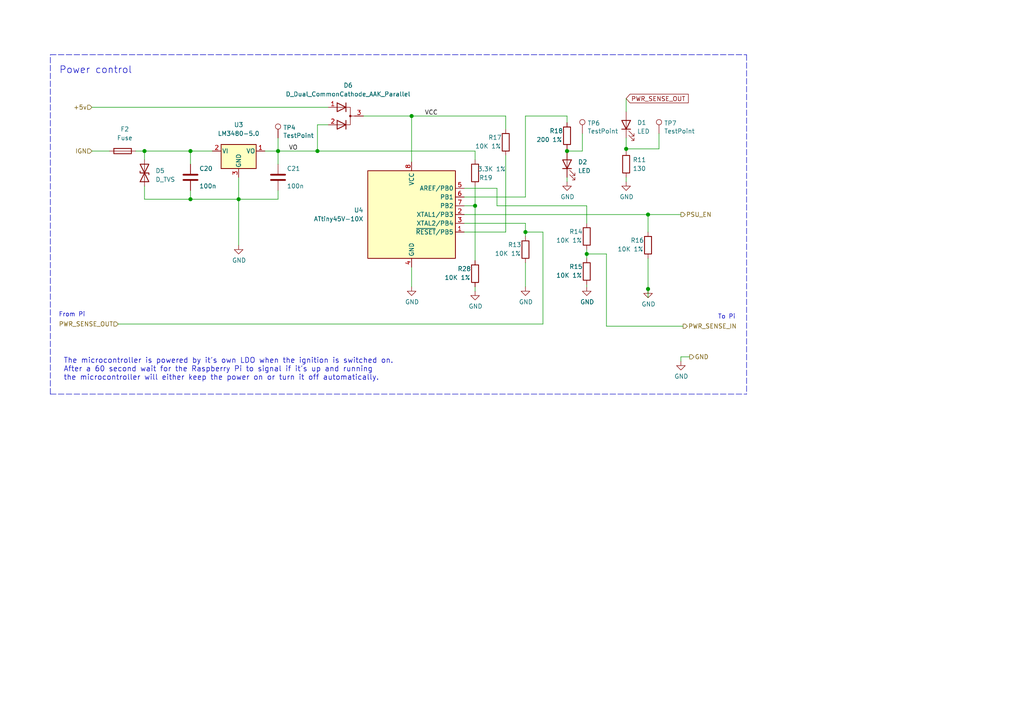
<source format=kicad_sch>
(kicad_sch (version 20210126) (generator eeschema)
  (paper "A4")
  (lib_symbols
    (symbol "Connector:TestPoint" (pin_numbers hide) (pin_names (offset 0.762) hide)
      (property "Reference" "TP" (at 0 6.858 0))
      (property "Value" "TestPoint" (at 0 5.08 0))
      (symbol "TestPoint_0_1"
        (circle (center 0 3.302) (radius 0.762))
      )
      (symbol "TestPoint_1_1"
        (pin passive line (at 0 0 90) (length 2.54) (name "1") (number "1"))
      )
    )
    (symbol "Device:C" (pin_numbers hide) (pin_names (offset 0.254))
      (property "Reference" "C" (at 0.635 2.54 0))
      (property "Value" "C" (at 0.635 -2.54 0))
      (symbol "C_0_1"
        (polyline (pts (xy -2.032 -0.762) (xy 2.032 -0.762)) (stroke (width 0.508)))
        (polyline (pts (xy -2.032 0.762) (xy 2.032 0.762)) (stroke (width 0.508)))
      )
      (symbol "C_1_1"
        (pin passive line (at 0 3.81 270) (length 2.794) (name "~") (number "1"))
        (pin passive line (at 0 -3.81 90) (length 2.794) (name "~") (number "2"))
      )
    )
    (symbol "Device:D_Dual_CommonCathode_AAK_Parallel" (pin_names (offset 0.762) hide)
      (property "Reference" "D" (at 0 5.08 0))
      (property "Value" "D_Dual_CommonCathode_AAK_Parallel" (at 0 -5.08 0))
      (symbol "D_Dual_CommonCathode_AAK_Parallel_0_0"
        (polyline (pts (xy 0 -1.27) (xy 0 -3.81)) (stroke (width 0.254)))
        (polyline (pts (xy 0 1.27) (xy 0 3.81)) (stroke (width 0.254)))
      )
      (symbol "D_Dual_CommonCathode_AAK_Parallel_0_1"
        (circle (center 1.27 0) (radius 0.254) (fill (type outline)))
        (polyline (pts (xy 1.27 0) (xy 2.54 0)))
        (polyline (pts (xy -2.54 -2.54) (xy 1.27 -2.54) (xy 1.27 2.54) (xy -2.54 2.54)))
        (polyline (pts (xy -2.54 -1.27) (xy 0 -2.54) (xy -2.54 -3.81) (xy -2.54 -1.27) (xy -2.54 -1.27) (xy -2.54 -1.27)) (stroke (width 0.254)))
        (polyline (pts (xy -2.54 3.81) (xy 0 2.54) (xy -2.54 1.27) (xy -2.54 3.81) (xy -2.54 3.81) (xy -2.54 3.81)) (stroke (width 0.254)))
        (pin passive line (at -5.08 2.54 0) (length 2.54) (name "K") (number "1"))
        (pin passive line (at -5.08 -2.54 0) (length 2.54) (name "K") (number "2"))
        (pin passive line (at 5.08 0 180) (length 2.54) (name "A") (number "3"))
      )
    )
    (symbol "Device:D_TVS" (pin_numbers hide) (pin_names (offset 1.016) hide)
      (property "Reference" "D" (at 0 2.54 0))
      (property "Value" "D_TVS" (at 0 -2.54 0))
      (symbol "D_TVS_0_1"
        (polyline (pts (xy 1.27 0) (xy -1.27 0)))
        (polyline (pts (xy 0.508 1.27) (xy 0 1.27) (xy 0 -1.27) (xy -0.508 -1.27)) (stroke (width 0.254)))
        (polyline (pts (xy -2.54 1.27) (xy -2.54 -1.27) (xy 2.54 1.27) (xy 2.54 -1.27) (xy -2.54 1.27)) (stroke (width 0.254)))
      )
      (symbol "D_TVS_1_1"
        (pin passive line (at -3.81 0 0) (length 2.54) (name "A1") (number "1"))
        (pin passive line (at 3.81 0 180) (length 2.54) (name "A2") (number "2"))
      )
    )
    (symbol "Device:Fuse" (pin_numbers hide) (pin_names (offset 0))
      (property "Reference" "F" (at 2.032 0 90))
      (property "Value" "Fuse" (at -1.905 0 90))
      (symbol "Fuse_0_1"
        (rectangle (start -0.762 -2.54) (end 0.762 2.54) (stroke (width 0.254)))
        (polyline (pts (xy 0 2.54) (xy 0 -2.54)))
      )
      (symbol "Fuse_1_1"
        (pin passive line (at 0 3.81 270) (length 1.27) (name "~") (number "1"))
        (pin passive line (at 0 -3.81 90) (length 1.27) (name "~") (number "2"))
      )
    )
    (symbol "Device:LED" (pin_numbers hide) (pin_names (offset 1.016) hide)
      (property "Reference" "D" (at 0 2.54 0))
      (property "Value" "LED" (at 0 -2.54 0))
      (symbol "LED_0_1"
        (polyline (pts (xy -1.27 -1.27) (xy -1.27 1.27)) (stroke (width 0.254)))
        (polyline (pts (xy -1.27 0) (xy 1.27 0)))
        (polyline (pts (xy 1.27 -1.27) (xy 1.27 1.27) (xy -1.27 0) (xy 1.27 -1.27)) (stroke (width 0.254)))
        (polyline (pts (xy -3.048 -0.762) (xy -4.572 -2.286) (xy -3.81 -2.286) (xy -4.572 -2.286) (xy -4.572 -1.524)))
        (polyline (pts (xy -1.778 -0.762) (xy -3.302 -2.286) (xy -2.54 -2.286) (xy -3.302 -2.286) (xy -3.302 -1.524)))
      )
      (symbol "LED_1_1"
        (pin passive line (at -3.81 0 0) (length 2.54) (name "K") (number "1"))
        (pin passive line (at 3.81 0 180) (length 2.54) (name "A") (number "2"))
      )
    )
    (symbol "Device:R" (pin_numbers hide) (pin_names (offset 0))
      (property "Reference" "R" (at 2.032 0 90))
      (property "Value" "R" (at 0 0 90))
      (symbol "R_0_1"
        (rectangle (start -1.016 -2.54) (end 1.016 2.54) (stroke (width 0.254)))
      )
      (symbol "R_1_1"
        (pin passive line (at 0 3.81 270) (length 1.27) (name "~") (number "1"))
        (pin passive line (at 0 -3.81 90) (length 1.27) (name "~") (number "2"))
      )
    )
    (symbol "MCU_Microchip_ATtiny:ATtiny45V-10X"
      (property "Reference" "U" (at -12.7 13.97 0))
      (property "Value" "ATtiny45V-10X" (at 2.54 -13.97 0))
      (symbol "ATtiny45V-10X_0_1"
        (rectangle (start -12.7 -12.7) (end 12.7 12.7) (stroke (width 0.254)) (fill (type background)))
      )
      (symbol "ATtiny45V-10X_1_1"
        (pin bidirectional line (at 15.24 -5.08 180) (length 2.54) (name "~RESET~/PB5") (number "1"))
        (pin bidirectional line (at 15.24 0 180) (length 2.54) (name "XTAL1/PB3") (number "2"))
        (pin bidirectional line (at 15.24 -2.54 180) (length 2.54) (name "XTAL2/PB4") (number "3"))
        (pin power_in line (at 0 -15.24 90) (length 2.54) (name "GND") (number "4"))
        (pin bidirectional line (at 15.24 7.62 180) (length 2.54) (name "AREF/PB0") (number "5"))
        (pin bidirectional line (at 15.24 5.08 180) (length 2.54) (name "PB1") (number "6"))
        (pin bidirectional line (at 15.24 2.54 180) (length 2.54) (name "PB2") (number "7"))
        (pin power_in line (at 0 15.24 270) (length 2.54) (name "VCC") (number "8"))
      )
    )
    (symbol "Regulator_Linear:LM3480-5.0" (pin_names (offset 0.254))
      (property "Reference" "U" (at -3.81 3.175 0))
      (property "Value" "LM3480-5.0" (at 0 3.175 0))
      (symbol "LM3480-5.0_0_1"
        (rectangle (start -5.08 1.905) (end 5.08 -5.08) (stroke (width 0.254)) (fill (type background)))
      )
      (symbol "LM3480-5.0_1_1"
        (pin power_out line (at 7.62 0 180) (length 2.54) (name "VO") (number "1"))
        (pin power_in line (at -7.62 0 0) (length 2.54) (name "VI") (number "2"))
        (pin power_in line (at 0 -7.62 90) (length 2.54) (name "GND") (number "3"))
      )
    )
    (symbol "power:GND" (power) (pin_names (offset 0))
      (property "Value" "GND" (at 0 -3.81 0))
      (symbol "GND_0_1"
        (polyline (pts (xy 0 0) (xy 0 -1.27) (xy 1.27 -1.27) (xy 0 -2.54) (xy -1.27 -1.27) (xy 0 -1.27)))
      )
      (symbol "GND_1_1"
        (pin power_in line (at 0 0 270) (length 0) hide (name "GND") (number "1"))
      )
    )
  )
  (junction (at 41.91 43.815) (diameter 1.016))
  (junction (at 55.245 43.815) (diameter 1.016))
  (junction (at 55.245 57.785) (diameter 1.016))
  (junction (at 69.215 57.785) (diameter 1.016))
  (junction (at 80.645 43.815) (diameter 1.016))
  (junction (at 92.075 43.815) (diameter 1.016))
  (junction (at 119.38 33.655) (diameter 1.016))
  (junction (at 137.795 59.69) (diameter 1.016))
  (junction (at 152.4 67.31) (diameter 1.016))
  (junction (at 164.465 43.815) (diameter 1.016))
  (junction (at 170.18 73.66) (diameter 1.016))
  (junction (at 181.61 43.18) (diameter 1.016))
  (junction (at 187.96 62.23) (diameter 1.016))
  (junction (at 187.96 83.82) (diameter 1.016))
  (wire (pts (xy 26.67 31.115) (xy 95.25 31.115)))
  (wire (pts (xy 26.67 43.815) (xy 31.75 43.815)))
  (wire (pts (xy 34.29 93.98) (xy 157.48 93.98)))
  (wire (pts (xy 39.37 43.815) (xy 41.91 43.815)))
  (wire (pts (xy 41.91 43.815) (xy 41.91 46.355)))
  (wire (pts (xy 41.91 43.815) (xy 55.245 43.815)))
  (wire (pts (xy 41.91 53.975) (xy 41.91 57.785)))
  (wire (pts (xy 41.91 57.785) (xy 55.245 57.785)))
  (wire (pts (xy 55.245 43.815) (xy 55.245 47.625)))
  (wire (pts (xy 55.245 43.815) (xy 61.595 43.815)))
  (wire (pts (xy 55.245 55.245) (xy 55.245 57.785)))
  (wire (pts (xy 55.245 57.785) (xy 69.215 57.785)))
  (wire (pts (xy 69.215 51.435) (xy 69.215 57.785)))
  (wire (pts (xy 69.215 57.785) (xy 69.215 71.12)))
  (wire (pts (xy 69.215 57.785) (xy 80.645 57.785)))
  (wire (pts (xy 76.835 43.815) (xy 80.645 43.815)))
  (wire (pts (xy 80.645 40.005) (xy 80.645 43.815)))
  (wire (pts (xy 80.645 43.815) (xy 80.645 47.625)))
  (wire (pts (xy 80.645 43.815) (xy 92.075 43.815)))
  (wire (pts (xy 80.645 55.245) (xy 80.645 57.785)))
  (wire (pts (xy 92.075 36.195) (xy 95.25 36.195)))
  (wire (pts (xy 92.075 43.815) (xy 92.075 36.195)))
  (wire (pts (xy 92.075 43.815) (xy 137.795 43.815)))
  (wire (pts (xy 105.41 33.655) (xy 119.38 33.655)))
  (wire (pts (xy 119.38 33.655) (xy 119.38 46.99)))
  (wire (pts (xy 119.38 77.47) (xy 119.38 83.185)))
  (wire (pts (xy 134.62 54.61) (xy 144.145 54.61)))
  (wire (pts (xy 134.62 57.15) (xy 152.4 57.15)))
  (wire (pts (xy 134.62 59.69) (xy 137.795 59.69)))
  (wire (pts (xy 134.62 62.23) (xy 187.96 62.23)))
  (wire (pts (xy 134.62 64.77) (xy 152.4 64.77)))
  (wire (pts (xy 134.62 67.31) (xy 146.685 67.31)))
  (wire (pts (xy 137.795 43.815) (xy 137.795 46.355)))
  (wire (pts (xy 137.795 53.975) (xy 137.795 59.69)))
  (wire (pts (xy 137.795 59.69) (xy 137.795 75.565)))
  (wire (pts (xy 137.795 83.185) (xy 137.795 84.455)))
  (wire (pts (xy 144.145 54.61) (xy 144.145 59.69)))
  (wire (pts (xy 144.145 59.69) (xy 170.18 59.69)))
  (wire (pts (xy 146.685 33.655) (xy 119.38 33.655)))
  (wire (pts (xy 146.685 37.465) (xy 146.685 33.655)))
  (wire (pts (xy 146.685 67.31) (xy 146.685 45.085)))
  (wire (pts (xy 152.4 33.655) (xy 152.4 57.15)))
  (wire (pts (xy 152.4 33.655) (xy 164.465 33.655)))
  (wire (pts (xy 152.4 64.77) (xy 152.4 67.31)))
  (wire (pts (xy 152.4 67.31) (xy 152.4 68.58)))
  (wire (pts (xy 152.4 67.31) (xy 157.48 67.31)))
  (wire (pts (xy 152.4 76.2) (xy 152.4 83.185)))
  (wire (pts (xy 157.48 93.98) (xy 157.48 67.31)))
  (wire (pts (xy 164.465 33.655) (xy 164.465 35.56)))
  (wire (pts (xy 164.465 43.815) (xy 164.465 43.18)))
  (wire (pts (xy 164.465 51.435) (xy 164.465 52.705)))
  (wire (pts (xy 168.91 38.735) (xy 168.91 43.815)))
  (wire (pts (xy 168.91 43.815) (xy 164.465 43.815)))
  (wire (pts (xy 170.18 59.69) (xy 170.18 64.77)))
  (wire (pts (xy 170.18 72.39) (xy 170.18 73.66)))
  (wire (pts (xy 170.18 73.66) (xy 170.18 74.93)))
  (wire (pts (xy 170.18 82.55) (xy 170.18 83.185)))
  (wire (pts (xy 175.895 73.66) (xy 170.18 73.66)))
  (wire (pts (xy 175.895 73.66) (xy 175.895 94.615)))
  (wire (pts (xy 175.895 94.615) (xy 198.12 94.615)))
  (wire (pts (xy 181.61 28.575) (xy 181.61 32.385)))
  (wire (pts (xy 181.61 40.005) (xy 181.61 43.18)))
  (wire (pts (xy 181.61 43.18) (xy 181.61 43.815)))
  (wire (pts (xy 181.61 51.435) (xy 181.61 52.705)))
  (wire (pts (xy 187.96 62.23) (xy 187.96 67.31)))
  (wire (pts (xy 187.96 62.23) (xy 197.485 62.23)))
  (wire (pts (xy 187.96 74.93) (xy 187.96 83.82)))
  (wire (pts (xy 187.96 86.36) (xy 187.96 83.82)))
  (wire (pts (xy 191.135 38.735) (xy 191.135 43.18)))
  (wire (pts (xy 191.135 43.18) (xy 181.61 43.18)))
  (wire (pts (xy 197.485 103.505) (xy 197.485 104.775)))
  (wire (pts (xy 200.025 103.505) (xy 197.485 103.505)))
  (polyline (pts (xy 14.605 15.875) (xy 216.535 15.875)) (stroke (width 0) (type dash)))
  (polyline (pts (xy 14.605 114.3) (xy 14.605 15.875)) (stroke (width 0) (type dash)))
  (polyline (pts (xy 14.605 114.3) (xy 216.535 114.3)) (stroke (width 0) (type dash)))
  (polyline (pts (xy 216.535 15.875) (xy 216.535 114.3)) (stroke (width 0) (type dash)))
  (text "Power control" (at 17.145 21.59 0) (effects (font (size 2.007 2.007)) (justify left bottom)))
  (text "The microcontroller is powered by it's own LDO when the ignition is switched on.\nAfter a 60 second wait for the Raspberry Pi to signal if it's up and running\nthe microcontroller will either keep the power on or turn it off automatically." (at 18.415 110.49 0) (effects (font (size 1.524 1.524)) (justify left bottom)))
  (text "From Pi" (at 24.765 92.075 180) (effects (font (size 1.27 1.27)) (justify right bottom)))
  (text "To Pi" (at 213.36 92.71 180) (effects (font (size 1.27 1.27)) (justify right bottom)))
  (label "VO" (at 86.36 43.815 180))
  (label "VCC" (at 127 33.655 180))
  (global_label "PWR_SENSE_OUT" (shape input) (at 181.61 28.575 0) (property "Intersheet References" "${INTERSHEET_REFS}" (effects hide)))
  (hierarchical_label "+5v" (shape input) (at 26.67 31.115 180))
  (hierarchical_label "IGN" (shape input) (at 26.67 43.815 180))
  (hierarchical_label "PWR_SENSE_OUT" (shape input) (at 34.29 93.98 180))
  (hierarchical_label "PSU_EN" (shape output) (at 197.485 62.23 0))
  (hierarchical_label "PWR_SENSE_IN" (shape output) (at 198.12 94.615 0))
  (hierarchical_label "GND" (shape output) (at 200.025 103.505 0))
  (symbol (lib_id "Connector:TestPoint") (at 80.645 40.005 0) (unit 1)
    (property "Reference" "TP4" (at 82.1182 37.0078 0) (effects (justify left)))
    (property "Value" "TestPoint" (at 82.1182 39.3192 0) (effects (justify left)))
    (property "Footprint" "TestPoint:TestPoint_Pad_2.0x2.0mm" (effects hide))
    (property "Field4" "nf" (effects hide))
    (property "Field5" "nf" (effects hide))
    (property "Field6" "nf" (effects hide))
    (property "Field7" "nf" (effects hide))
  )
  (symbol (lib_id "Connector:TestPoint") (at 168.91 38.735 0) (unit 1)
    (property "Reference" "TP6" (at 170.3832 35.7378 0) (effects (justify left)))
    (property "Value" "TestPoint" (at 170.3832 38.0492 0) (effects (justify left)))
    (property "Footprint" "TestPoint:TestPoint_Pad_2.0x2.0mm" (effects hide))
    (property "Field4" "nf" (effects hide))
    (property "Field5" "nf" (effects hide))
    (property "Field6" "nf" (effects hide))
    (property "Field7" "nf" (effects hide))
  )
  (symbol (lib_id "Connector:TestPoint") (at 191.135 38.735 0) (unit 1)
    (property "Reference" "TP7" (at 192.6082 35.7378 0) (effects (justify left)))
    (property "Value" "TestPoint" (at 192.6082 38.0492 0) (effects (justify left)))
    (property "Footprint" "TestPoint:TestPoint_Pad_2.0x2.0mm" (effects hide))
    (property "Field4" "nf" (effects hide))
    (property "Field5" "nf" (effects hide))
    (property "Field6" "nf" (effects hide))
    (property "Field7" "nf" (effects hide))
  )
  (symbol (lib_id "power:GND") (at 69.215 71.12 0) (unit 1)
    (property "Reference" "#PWR0118" (effects hide))
    (property "Value" "GND" (at 69.342 75.5142 0))
  )
  (symbol (lib_id "power:GND") (at 119.38 83.185 0) (unit 1)
    (property "Reference" "#PWR0119" (effects hide))
    (property "Value" "GND" (at 119.507 87.5792 0))
  )
  (symbol (lib_id "power:GND") (at 137.795 84.455 0) (unit 1)
    (property "Reference" "#PWR0147" (effects hide))
    (property "Value" "GND" (at 137.922 88.8492 0))
  )
  (symbol (lib_id "power:GND") (at 152.4 83.185 0) (unit 1)
    (property "Reference" "#PWR0117" (effects hide))
    (property "Value" "GND" (at 152.527 87.5792 0))
  )
  (symbol (lib_id "power:GND") (at 164.465 52.705 0) (unit 1)
    (property "Reference" "#PWR0103" (effects hide))
    (property "Value" "GND" (at 164.592 57.0992 0))
  )
  (symbol (lib_id "power:GND") (at 170.18 83.185 0) (unit 1)
    (property "Reference" "#PWR0116" (effects hide))
    (property "Value" "GND" (at 170.307 87.5792 0))
  )
  (symbol (lib_id "power:GND") (at 181.61 52.705 0) (unit 1)
    (property "Reference" "#PWR0124" (effects hide))
    (property "Value" "GND" (at 181.737 57.0992 0))
  )
  (symbol (lib_id "power:GND") (at 187.96 83.82 0) (unit 1)
    (property "Reference" "#PWR0115" (effects hide))
    (property "Value" "GND" (at 188.087 88.2142 0))
  )
  (symbol (lib_id "power:GND") (at 197.485 104.775 0) (unit 1)
    (property "Reference" "#PWR0128" (effects hide))
    (property "Value" "GND" (at 197.612 109.1692 0))
  )
  (symbol (lib_id "Device:Fuse") (at 35.56 43.815 90) (unit 1)
    (property "Reference" "F2" (at 36.195 37.465 90))
    (property "Value" "Fuse" (at 36.195 40.005 90))
    (property "Footprint" "Fuse:Fuse_Littelfuse-NANO2-451_453" (effects hide))
  )
  (symbol (lib_id "Device:R") (at 137.795 50.165 180) (unit 1)
    (property "Reference" "R19" (at 142.875 51.562 0) (effects (justify left)))
    (property "Value" "3.3K 1%" (at 146.685 49.022 0) (effects (justify left)))
    (property "Footprint" "Resistor_SMD:R_0603_1608Metric" (effects hide))
    (property "Field4" "Farnell" (effects hide))
    (property "Field5" "9239367" (effects hide))
    (property "Field7" "Rohm" (effects hide))
    (property "Field6" "MCR01MZPF1202" (effects hide))
    (property "Part Description" "Resistor 12K M1005 1% 63mW" (effects hide))
    (property "LCSC" "C22978" (effects hide))
  )
  (symbol (lib_id "Device:R") (at 137.795 79.375 0) (unit 1)
    (property "Reference" "R28" (at 132.715 77.978 0) (effects (justify left)))
    (property "Value" "10K 1%" (at 128.905 80.518 0) (effects (justify left)))
    (property "Footprint" "Resistor_SMD:R_0603_1608Metric" (effects hide))
    (property "Field4" "Farnell" (effects hide))
    (property "Field5" "9239367" (effects hide))
    (property "Field7" "Rohm" (effects hide))
    (property "Field6" "MCR01MZPF1202" (effects hide))
    (property "Part Description" "Resistor 12K M1005 1% 63mW" (effects hide))
    (property "LCSC" "C25804" (effects hide))
  )
  (symbol (lib_id "Device:R") (at 146.685 41.275 0) (unit 1)
    (property "Reference" "R17" (at 141.605 39.878 0) (effects (justify left)))
    (property "Value" "10K 1%" (at 137.795 42.418 0) (effects (justify left)))
    (property "Footprint" "Resistor_SMD:R_0603_1608Metric" (effects hide))
    (property "Field4" "Farnell" (effects hide))
    (property "Field5" "9239367" (effects hide))
    (property "Field7" "Rohm" (effects hide))
    (property "Field6" "MCR01MZPF1202" (effects hide))
    (property "Part Description" "Resistor 12K M1005 1% 63mW" (effects hide))
    (property "LCSC" "C25804" (effects hide))
  )
  (symbol (lib_id "Device:R") (at 152.4 72.39 0) (unit 1)
    (property "Reference" "R13" (at 147.32 70.993 0) (effects (justify left)))
    (property "Value" "10K 1%" (at 143.51 73.533 0) (effects (justify left)))
    (property "Footprint" "Resistor_SMD:R_0603_1608Metric" (effects hide))
    (property "Field4" "Farnell" (effects hide))
    (property "Field5" "9239367" (effects hide))
    (property "Field7" "Rohm" (effects hide))
    (property "Field6" "MCR01MZPF1202" (effects hide))
    (property "Part Description" "Resistor 12K M1005 1% 63mW" (effects hide))
    (property "LCSC" "C25804" (effects hide))
  )
  (symbol (lib_id "Device:R") (at 164.465 39.37 0) (unit 1)
    (property "Reference" "R18" (at 159.385 37.973 0) (effects (justify left)))
    (property "Value" "200 1%" (at 155.575 40.513 0) (effects (justify left)))
    (property "Footprint" "Resistor_SMD:R_0402_1005Metric" (effects hide))
    (property "Field4" "Farnell" (effects hide))
    (property "Field5" "9239367" (effects hide))
    (property "Field7" "Rohm" (effects hide))
    (property "Field6" "MCR01MZPF1202" (effects hide))
    (property "Part Description" "Resistor 12K M1005 1% 63mW" (effects hide))
    (property "LCSC" "C25087" (effects hide))
  )
  (symbol (lib_id "Device:R") (at 170.18 68.58 0) (unit 1)
    (property "Reference" "R14" (at 165.1 67.183 0) (effects (justify left)))
    (property "Value" "10K 1%" (at 161.29 69.723 0) (effects (justify left)))
    (property "Footprint" "Resistor_SMD:R_0603_1608Metric" (effects hide))
    (property "Field4" "Farnell" (effects hide))
    (property "Field5" "9239367" (effects hide))
    (property "Field7" "Rohm" (effects hide))
    (property "Field6" "MCR01MZPF1202" (effects hide))
    (property "Part Description" "Resistor 12K M1005 1% 63mW" (effects hide))
    (property "LCSC" "C25804" (effects hide))
  )
  (symbol (lib_id "Device:R") (at 170.18 78.74 0) (unit 1)
    (property "Reference" "R15" (at 165.1 77.343 0) (effects (justify left)))
    (property "Value" "10K 1%" (at 161.29 79.883 0) (effects (justify left)))
    (property "Footprint" "Resistor_SMD:R_0603_1608Metric" (effects hide))
    (property "Field4" "Farnell" (effects hide))
    (property "Field5" "9239367" (effects hide))
    (property "Field7" "Rohm" (effects hide))
    (property "Field6" "MCR01MZPF1202" (effects hide))
    (property "Part Description" "Resistor 12K M1005 1% 63mW" (effects hide))
    (property "LCSC" "C25804" (effects hide))
  )
  (symbol (lib_id "Device:R") (at 181.61 47.625 0) (unit 1)
    (property "Reference" "R11" (at 183.515 46.355 0) (effects (justify left)))
    (property "Value" "130" (at 183.515 48.895 0) (effects (justify left)))
    (property "Footprint" "Resistor_SMD:R_0603_1608Metric" (effects hide))
    (property "LCSC" "C22796" (effects hide))
  )
  (symbol (lib_id "Device:R") (at 187.96 71.12 0) (unit 1)
    (property "Reference" "R16" (at 182.88 69.723 0) (effects (justify left)))
    (property "Value" "10K 1%" (at 179.07 72.263 0) (effects (justify left)))
    (property "Footprint" "Resistor_SMD:R_0603_1608Metric" (effects hide))
    (property "Field4" "Farnell" (effects hide))
    (property "Field5" "9239367" (effects hide))
    (property "Field7" "Rohm" (effects hide))
    (property "Field6" "MCR01MZPF1202" (effects hide))
    (property "Part Description" "Resistor 12K M1005 1% 63mW" (effects hide))
    (property "LCSC" "C25804" (effects hide))
  )
  (symbol (lib_id "Device:D_TVS") (at 41.91 50.165 90) (unit 1)
    (property "Reference" "D5" (at 45.085 49.53 90) (effects (justify right)))
    (property "Value" "D_TVS" (at 45.085 52.07 90) (effects (justify right)))
    (property "Footprint" "Diode_SMD:D_0603_1608Metric_Pad1.05x0.95mm_HandSolder" (effects hide))
  )
  (symbol (lib_id "Device:LED") (at 164.465 47.625 90) (unit 1)
    (property "Reference" "D2" (at 167.64 46.99 90) (effects (justify right)))
    (property "Value" "LED" (at 167.64 49.53 90) (effects (justify right)))
    (property "Footprint" "LED_SMD:LED_0603_1608Metric" (effects hide))
    (property "LCSC" " C72041" (effects hide))
  )
  (symbol (lib_id "Device:LED") (at 181.61 36.195 90) (unit 1)
    (property "Reference" "D1" (at 184.785 35.56 90) (effects (justify right)))
    (property "Value" "LED" (at 184.785 38.1 90) (effects (justify right)))
    (property "Footprint" "LED_SMD:LED_0603_1608Metric" (effects hide))
    (property "LCSC" "C72043" (effects hide))
  )
  (symbol (lib_id "Device:C") (at 55.245 51.435 0) (unit 1)
    (property "Reference" "C20" (at 57.785 48.895 0) (effects (justify left)))
    (property "Value" "100n" (at 57.785 53.975 0) (effects (justify left)))
    (property "Footprint" "Capacitor_SMD:C_0402_1005Metric" (effects hide))
    (property "Field4" "Farnell" (effects hide))
    (property "Field5" "2611911" (effects hide))
    (property "Field6" "RM EMK105 B7104KV-F" (effects hide))
    (property "Field7" "TAIYO YUDEN EUROPE GMBH" (effects hide))
    (property "Part Description" "	0.1uF 10% 16V Ceramic Capacitor X7R 0402 (1005 Metric)" (effects hide))
    (property "Field8" "110091611" (effects hide))
    (property "LCSC" "C1525" (effects hide))
  )
  (symbol (lib_id "Device:C") (at 80.645 51.435 0) (unit 1)
    (property "Reference" "C21" (at 83.185 48.895 0) (effects (justify left)))
    (property "Value" "100n" (at 83.185 53.975 0) (effects (justify left)))
    (property "Footprint" "Capacitor_SMD:C_0402_1005Metric" (effects hide))
    (property "Field4" "Farnell" (effects hide))
    (property "Field5" "2611911" (effects hide))
    (property "Field6" "RM EMK105 B7104KV-F" (effects hide))
    (property "Field7" "TAIYO YUDEN EUROPE GMBH" (effects hide))
    (property "Part Description" "	0.1uF 10% 16V Ceramic Capacitor X7R 0402 (1005 Metric)" (effects hide))
    (property "Field8" "110091611" (effects hide))
    (property "LCSC" "C1525" (effects hide))
  )
  (symbol (lib_id "Device:D_Dual_CommonCathode_AAK_Parallel") (at 100.33 33.655 0) (unit 1)
    (property "Reference" "D6" (at 100.965 24.765 0))
    (property "Value" "D_Dual_CommonCathode_AAK_Parallel" (at 100.965 27.305 0))
    (property "Footprint" "Package_TO_SOT_SMD:SOT-23" (effects hide))
    (property "LCSC" "C68978" (effects hide))
  )
  (symbol (lib_id "Regulator_Linear:LM3480-5.0") (at 69.215 43.815 0) (unit 1)
    (property "Reference" "U3" (at 69.215 36.195 0))
    (property "Value" "LM3480-5.0" (at 69.215 38.735 0))
    (property "Footprint" "Package_TO_SOT_SMD:SOT-23" (effects hide))
    (property "Datasheet" "http://www.ti.com/lit/ds/symlink/lm3480.pdf" (effects hide))
    (property "LCSC" "C129960" (effects hide))
  )
  (symbol (lib_id "MCU_Microchip_ATtiny:ATtiny45V-10X") (at 119.38 62.23 0) (unit 1)
    (property "Reference" "U4" (at 105.41 60.96 0) (effects (justify right)))
    (property "Value" "ATtiny45V-10X" (at 105.41 63.5 0) (effects (justify right)))
    (property "Footprint" "Package_SO:TSSOP-8_4.4x3mm_P0.65mm" (effects hide))
    (property "Datasheet" "http://ww1.microchip.com/downloads/en/DeviceDoc/atmel-2586-avr-8-bit-microcontroller-attiny25-attiny45-attiny85_datasheet.pdf" (effects hide))
  )
)
</source>
